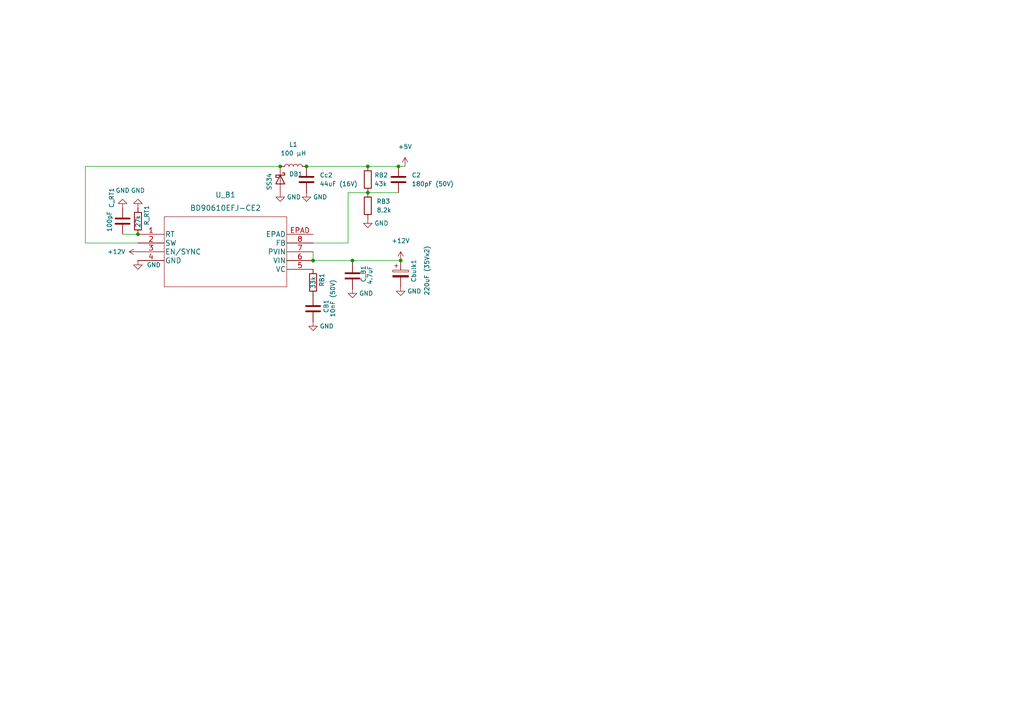
<source format=kicad_sch>
(kicad_sch (version 20231120) (generator "eeschema") (generator_version "8.0")
  (paper "A4")
  (lib_symbols
    (symbol "Device:C" (pin_numbers hide) (pin_names (offset 0.254))
      (property "Reference" "C" (at 0.635 2.54 0))
      (property "Value" "C" (at 0.635 -2.54 0))
      (symbol "C_0_1"
        (polyline (pts (xy -2.032 -0.762) (xy 2.032 -0.762)) (stroke (width 0.508)))
        (polyline (pts (xy -2.032 0.762) (xy 2.032 0.762)) (stroke (width 0.508)))
      )
      (symbol "C_1_1"
        (pin passive line (at 0 3.81 270) (length 2.794) (name "~") (number "1"))
        (pin passive line (at 0 -3.81 90) (length 2.794) (name "~") (number "2"))
      )
    )
    (symbol "Device:C_Polarized" (pin_numbers hide) (pin_names (offset 0.254))
      (property "Reference" "C" (at 0.635 2.54 0))
      (property "Value" "C_Polarized" (at 0.635 -2.54 0))
      (symbol "C_Polarized_0_1"
        (rectangle (start -2.286 0.508) (end 2.286 1.016))
        (polyline (pts (xy -1.778 2.286) (xy -0.762 2.286)))
        (polyline (pts (xy -1.27 2.794) (xy -1.27 1.778)))
        (rectangle (start 2.286 -0.508) (end -2.286 -1.016) (fill (type outline)))
      )
      (symbol "C_Polarized_1_1"
        (pin passive line (at 0 3.81 270) (length 2.794) (name "~") (number "1"))
        (pin passive line (at 0 -3.81 90) (length 2.794) (name "~") (number "2"))
      )
    )
    (symbol "Device:D_Schottky" (pin_numbers hide) (pin_names (offset 1.016) hide)
      (property "Reference" "D" (at 0 2.54 0))
      (property "Value" "D_Schottky" (at 0 -2.54 0))
      (symbol "D_Schottky_0_1"
        (polyline (pts (xy 1.27 0) (xy -1.27 0)))
        (polyline (pts (xy 1.27 1.27) (xy 1.27 -1.27) (xy -1.27 0) (xy 1.27 1.27)) (stroke (width 0.254)))
        (polyline (pts (xy -1.905 0.635) (xy -1.905 1.27) (xy -1.27 1.27) (xy -1.27 -1.27) (xy -0.635 -1.27) (xy -0.635 -0.635)) (stroke (width 0.254)))
      )
      (symbol "D_Schottky_1_1"
        (pin passive line (at -3.81 0 0) (length 2.54) (name "K") (number "1"))
        (pin passive line (at 3.81 0 180) (length 2.54) (name "A") (number "2"))
      )
    )
    (symbol "Device:L" (pin_numbers hide) (pin_names (offset 1.016) hide)
      (property "Reference" "L" (at -1.27 0 90))
      (property "Value" "L" (at 1.905 0 90))
      (symbol "L_0_1"
        (arc (start 0 -2.54) (mid 0.6323 -1.905) (end 0 -1.27))
        (arc (start 0 -1.27) (mid 0.6323 -0.635) (end 0 0))
        (arc (start 0 0) (mid 0.6323 0.635) (end 0 1.27))
        (arc (start 0 1.27) (mid 0.6323 1.905) (end 0 2.54))
      )
      (symbol "L_1_1"
        (pin passive line (at 0 3.81 270) (length 1.27) (name "1") (number "1"))
        (pin passive line (at 0 -3.81 90) (length 1.27) (name "2") (number "2"))
      )
    )
    (symbol "Device:R" (pin_numbers hide) (pin_names (offset 0))
      (property "Reference" "R" (at 2.032 0 90))
      (property "Value" "R" (at 0 0 90))
      (symbol "R_0_1"
        (rectangle (start -1.016 -2.54) (end 1.016 2.54) (stroke (width 0.254)))
      )
      (symbol "R_1_1"
        (pin passive line (at 0 3.81 270) (length 1.27) (name "~") (number "1"))
        (pin passive line (at 0 -3.81 90) (length 1.27) (name "~") (number "2"))
      )
    )
    (symbol "chl33:BD90610EFJ-CE2" (pin_names (offset 0.254))
      (property "Reference" "U" (at 25.4 10.16 0))
      (property "Value" "BD90610EFJ-CE2" (at 25.4 7.62 0))
      (symbol "BD90610EFJ-CE2_1_1"
        (polyline (pts (xy 7.62 -15.24) (xy 43.18 -15.24)) (stroke (width 0.127)))
        (polyline (pts (xy 7.62 5.08) (xy 7.62 -15.24)) (stroke (width 0.127)))
        (polyline (pts (xy 43.18 -15.24) (xy 43.18 5.08)) (stroke (width 0.127)))
        (polyline (pts (xy 43.18 5.08) (xy 7.62 5.08)) (stroke (width 0.127)))
        (pin power_in line (at 0 0 0) (length 7.62) (name "RT") (number "1"))
        (pin power_out line (at 0 -2.54 0) (length 7.62) (name "SW") (number "2"))
        (pin unspecified line (at 0 -5.08 0) (length 7.62) (name "EN/SYNC") (number "3"))
        (pin power_in line (at 0 -7.62 0) (length 7.62) (name "GND") (number "4"))
        (pin unspecified line (at 50.8 -10.16 180) (length 7.62) (name "VC") (number "5"))
        (pin power_in line (at 50.8 -7.62 180) (length 7.62) (name "VIN") (number "6"))
        (pin power_in line (at 50.8 -5.08 180) (length 7.62) (name "PVIN") (number "7"))
        (pin input line (at 50.8 -2.54 180) (length 7.62) (name "FB") (number "8"))
        (pin unspecified line (at 50.8 0 180) (length 7.62) (name "EPAD") (number "EPAD"))
      )
    )
    (symbol "power:+12V" (power) (pin_names (offset 0))
      (property "Value" "+12V" (at 0 3.556 0))
      (symbol "+12V_0_1"
        (polyline (pts (xy -0.762 1.27) (xy 0 2.54)))
        (polyline (pts (xy 0 0) (xy 0 2.54)))
        (polyline (pts (xy 0 2.54) (xy 0.762 1.27)))
      )
      (symbol "+12V_1_1"
        (pin power_in line (at 0 0 90) (length 0) hide (name "+12V") (number "1"))
      )
    )
    (symbol "power:+5V" (power) (pin_names (offset 0))
      (property "Value" "+5V" (at 0 3.556 0))
      (symbol "+5V_0_1"
        (polyline (pts (xy -0.762 1.27) (xy 0 2.54)))
        (polyline (pts (xy 0 0) (xy 0 2.54)))
        (polyline (pts (xy 0 2.54) (xy 0.762 1.27)))
      )
      (symbol "+5V_1_1"
        (pin power_in line (at 0 0 90) (length 0) hide (name "+5V") (number "1"))
      )
    )
    (symbol "power:GND" (power) (pin_numbers hide) (pin_names (offset 0) hide)
      (property "Value" "GND" (at 0 -3.81 0))
      (symbol "GND_0_1"
        (polyline (pts (xy 0 0) (xy 0 -1.27) (xy 1.27 -1.27) (xy 0 -2.54) (xy -1.27 -1.27) (xy 0 -1.27)))
      )
      (symbol "GND_1_1"
        (pin power_in line (at 0 0 270) (length 0) (name "~") (number "1"))
      )
    )
  )
  (junction (at 40.005 67.945))
  (junction (at 102.235 75.565))
  (junction (at 116.205 75.565))
  (junction (at 115.57 48.26))
  (junction (at 106.68 55.88))
  (junction (at 106.68 48.26))
  (junction (at 88.9 48.26))
  (junction (at 90.805 75.565))
  (junction (at 81.28 48.26))
  (wire (pts (xy 100.965 55.88) (xy 106.68 55.88)))
  (wire (pts (xy 40.005 70.485) (xy 24.765 70.485)))
  (wire (pts (xy 115.57 48.26) (xy 117.475 48.26)))
  (wire (pts (xy 102.235 75.565) (xy 116.205 75.565)))
  (wire (pts (xy 106.68 55.88) (xy 115.57 55.88)))
  (wire (pts (xy 90.805 75.565) (xy 102.235 75.565)))
  (wire (pts (xy 100.965 70.485) (xy 100.965 55.88)))
  (wire (pts (xy 106.68 48.26) (xy 115.57 48.26)))
  (wire (pts (xy 90.805 70.485) (xy 100.965 70.485)))
  (wire (pts (xy 90.805 73.025) (xy 90.805 75.565)))
  (wire (pts (xy 102.235 75.565) (xy 102.235 76.2)))
  (wire (pts (xy 24.765 70.485) (xy 24.765 48.26)))
  (wire (pts (xy 24.765 48.26) (xy 81.28 48.26)))
  (wire (pts (xy 35.56 67.945) (xy 40.005 67.945)))
  (wire (pts (xy 88.9 48.26) (xy 106.68 48.26)))
  (wire (pts (xy 90.805 75.565) (xy 90.805 76.2)))
  (symbol (lib_id "Device:C") (at 88.9 52.07 0) (unit 1)
    (property "Reference" "Cc2" (at 92.71 50.8 0) (effects (justify left)))
    (property "Value" "44uF (16V)" (at 92.71 53.34 0) (effects (justify left)))
    (property "Footprint" "Capacitor_SMD:C_0603_1608Metric" (effects (hide yes)))
  )
  (symbol (lib_id "power:GND") (at 116.205 83.185 0) (unit 1)
    (property "Reference" "#PWR047" (effects (hide yes)))
    (property "Value" "GND" (at 118.11 84.4549 0) (effects (justify left)))
    (property "Description" "Power symbol creates a global label with name \"GND\" , ground" (effects (hide yes)))
  )
  (symbol (lib_id "power:GND") (at 106.68 63.5 0) (unit 1)
    (property "Reference" "#PWR045" (effects (hide yes)))
    (property "Value" "GND" (at 108.585 64.7699 0) (effects (justify left)))
    (property "Description" "Power symbol creates a global label with name \"GND\" , ground" (effects (hide yes)))
  )
  (symbol (lib_id "Device:C") (at 35.56 64.135 0) (unit 1)
    (property "Reference" "C_RT1" (at 32.385 60.325 90) (effects (justify left)))
    (property "Value" "100pF" (at 31.75 67.31 90) (effects (justify left)))
    (property "Footprint" "Capacitor_SMD:C_0603_1608Metric_Pad1.08x0.95mm_HandSolder" (effects (hide yes)))
  )
  (symbol (lib_id "Device:R") (at 90.805 81.915 0) (unit 1)
    (property "Reference" "RB1" (at 93.345 83.185 90) (effects (justify left)))
    (property "Value" "33k" (at 90.805 83.82 90) (effects (justify left)))
    (property "Footprint" "Resistor_SMD:R_0603_1608Metric" (effects (hide yes)))
  )
  (symbol (lib_id "Device:R") (at 106.68 52.07 0) (unit 1)
    (property "Reference" "RB2" (at 108.585 50.8 0) (effects (justify left)))
    (property "Value" "43k" (at 108.585 53.34 0) (effects (justify left)))
    (property "Footprint" "Resistor_SMD:R_0603_1608Metric" (effects (hide yes)))
  )
  (symbol (lib_id "Device:D_Schottky") (at 81.28 52.07 270) (unit 1)
    (property "Reference" "DB1" (at 83.82 50.4824 90) (effects (justify left)))
    (property "Value" "SS34" (at 78.105 50.165 0) (effects (justify left)))
    (property "Footprint" "Diode_SMD:D_SMA" (effects (hide yes)))
  )
  (symbol (lib_id "Device:R") (at 106.68 59.69 0) (unit 1)
    (property "Reference" "RB3" (at 109.22 58.4199 0) (effects (justify left)))
    (property "Value" "8.2k" (at 109.22 60.9599 0) (effects (justify left)))
    (property "Footprint" "Resistor_SMD:R_0603_1608Metric" (effects (hide yes)))
  )
  (symbol (lib_id "Device:C") (at 102.235 80.01 0) (unit 1)
    (property "Reference" "C_B1" (at 105.41 81.915 90) (effects (justify left)))
    (property "Value" "4.7uF" (at 107.315 82.55 90) (effects (justify left)))
    (property "Footprint" "Capacitor_SMD:C_0805_2012Metric_Pad1.18x1.45mm_HandSolder" (effects (hide yes)))
  )
  (symbol (lib_id "power:+12V") (at 40.005 73.025 90) (unit 1)
    (property "Reference" "#PWR0102" (effects (hide yes)))
    (property "Value" "+12V" (at 31.115 73.025 90) (effects (justify right)))
  )
  (symbol (lib_id "Device:R") (at 40.005 64.135 0) (unit 1)
    (property "Reference" "R_RT1" (at 42.545 65.405 90) (effects (justify left)))
    (property "Value" "27k" (at 40.005 66.04 90) (effects (justify left)))
    (property "Footprint" "Resistor_SMD:R_0603_1608Metric" (effects (hide yes)))
  )
  (symbol (lib_id "power:+5V") (at 117.475 48.26 0) (unit 1)
    (property "Reference" "#PWR048" (effects (hide yes)))
    (property "Value" "+5V" (at 117.475 42.545 0))
  )
  (symbol (lib_id "power:GND") (at 40.005 75.565 0) (unit 1)
    (property "Reference" "#PWR040" (effects (hide yes)))
    (property "Value" "GND" (at 42.545 76.8349 0) (effects (justify left)))
    (property "Description" "Power symbol creates a global label with name \"GND\" , ground" (effects (hide yes)))
  )
  (symbol (lib_id "power:GND") (at 35.56 60.325 180) (unit 1)
    (property "Reference" "#PWR037" (effects (hide yes)))
    (property "Value" "GND" (at 35.56 55.245 0))
    (property "Description" "Power symbol creates a global label with name \"GND\" , ground" (effects (hide yes)))
  )
  (symbol (lib_id "chl33:BD90610EFJ-CE2") (at 40.005 67.945 0) (unit 1)
    (property "Reference" "U_B1" (at 65.405 56.515 0) (effects (font (size 1.524 1.524))))
    (property "Value" "BD90610EFJ-CE2" (at 65.405 60.325 0) (effects (font (size 1.524 1.524))))
    (property "Footprint" "HTSOP-J8_ROM" (effects (hide yes)))
  )
  (symbol (lib_id "power:GND") (at 88.9 55.88 0) (unit 1)
    (property "Reference" "#PWR042" (effects (hide yes)))
    (property "Value" "GND" (at 90.805 57.1499 0) (effects (justify left)))
    (property "Description" "Power symbol creates a global label with name \"GND\" , ground" (effects (hide yes)))
  )
  (symbol (lib_id "power:GND") (at 90.805 93.345 0) (unit 1)
    (property "Reference" "#PWR043" (effects (hide yes)))
    (property "Value" "GND" (at 92.71 94.6149 0) (effects (justify left)))
    (property "Description" "Power symbol creates a global label with name \"GND\" , ground" (effects (hide yes)))
  )
  (symbol (lib_id "power:GND") (at 102.235 83.82 0) (unit 1)
    (property "Reference" "#PWR044" (effects (hide yes)))
    (property "Value" "GND" (at 104.14 85.0899 0) (effects (justify left)))
    (property "Description" "Power symbol creates a global label with name \"GND\" , ground" (effects (hide yes)))
  )
  (symbol (lib_id "power:+12V") (at 116.205 75.565 0) (unit 1)
    (property "Reference" "#PWR046" (effects (hide yes)))
    (property "Value" "+12V" (at 116.205 69.85 0))
  )
  (symbol (lib_id "Device:C_Polarized") (at 116.205 79.375 0) (unit 1)
    (property "Reference" "Cbulk1" (at 120.015 81.915 90) (effects (justify left)))
    (property "Value" "220uF (35Vx2)" (at 123.825 85.725 90) (effects (justify left)))
    (property "Footprint" "Capacitor_THT:CP_Radial_D6.3mm_P2.50mm" (effects (hide yes)))
  )
  (symbol (lib_id "Device:C") (at 115.57 52.07 0) (unit 1)
    (property "Reference" "C2" (at 119.38 50.7999 0) (effects (justify left)))
    (property "Value" "180pF (50V)" (at 119.38 53.3399 0) (effects (justify left)))
    (property "Footprint" "Capacitor_SMD:C_0603_1608Metric" (effects (hide yes)))
  )
  (symbol (lib_id "power:GND") (at 81.28 55.88 0) (unit 1)
    (property "Reference" "#PWR041" (effects (hide yes)))
    (property "Value" "GND" (at 83.185 57.1499 0) (effects (justify left)))
    (property "Description" "Power symbol creates a global label with name \"GND\" , ground" (effects (hide yes)))
  )
  (symbol (lib_id "power:GND") (at 40.005 60.325 180) (unit 1)
    (property "Reference" "#PWR038" (effects (hide yes)))
    (property "Value" "GND" (at 40.005 55.245 0))
    (property "Description" "Power symbol creates a global label with name \"GND\" , ground" (effects (hide yes)))
  )
  (symbol (lib_id "Device:C") (at 90.805 89.535 0) (unit 1)
    (property "Reference" "CB1" (at 94.615 90.805 90) (effects (justify left)))
    (property "Value" "10nF (50V)" (at 96.52 92.075 90) (effects (justify left)))
    (property "Footprint" "Capacitor_SMD:C_0805_2012Metric_Pad1.18x1.45mm_HandSolder" (effects (hide yes)))
  )
  (symbol (lib_id "Device:L") (at 85.09 48.26 90) (unit 1)
    (property "Reference" "L1" (at 85.09 41.91 90))
    (property "Value" "100 μH" (at 85.09 44.45 90))
    (property "Footprint" "chl33_library:CD54" (effects (hide yes)))
  )
)
</source>
